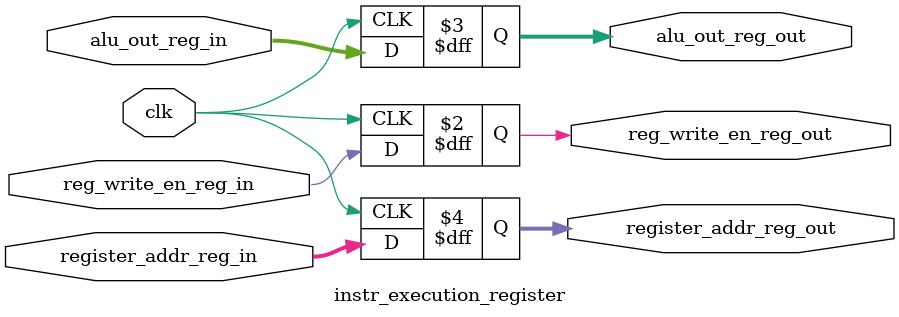
<source format=v>
`timescale 1ns / 1ps
module instr_execution_register(
	input wire clk,
	input wire reg_write_en_reg_in,
	input wire [31:0] alu_out_reg_in,
	input wire [4:0] register_addr_reg_in,
	output reg reg_write_en_reg_out,
	output reg [31:0] alu_out_reg_out,
	output reg [4:0] register_addr_reg_out
);

	always@(posedge clk)
		begin
			reg_write_en_reg_out <= reg_write_en_reg_in;
			alu_out_reg_out <= alu_out_reg_in;
			register_addr_reg_out <= register_addr_reg_in;
		end


endmodule

</source>
